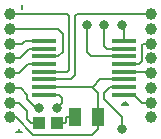
<source format=gbr>
G04 #@! TF.GenerationSoftware,KiCad,Pcbnew,(5.0.0)*
G04 #@! TF.CreationDate,2019-04-19T16:08:10+03:00*
G04 #@! TF.ProjectId,564__1__DG409L,3536341A1F31125F44473430394C2E6B,rev?*
G04 #@! TF.SameCoordinates,Original*
G04 #@! TF.FileFunction,Copper,L1,Top,Signal*
G04 #@! TF.FilePolarity,Positive*
%FSLAX46Y46*%
G04 Gerber Fmt 4.6, Leading zero omitted, Abs format (unit mm)*
G04 Created by KiCad (PCBNEW (5.0.0)) date 04/19/19 16:08:10*
%MOMM*%
%LPD*%
G01*
G04 APERTURE LIST*
G04 #@! TA.AperFunction,SMDPad,CuDef*
%ADD10R,1.000000X1.000000*%
G04 #@! TD*
G04 #@! TA.AperFunction,SMDPad,CuDef*
%ADD11R,2.000000X0.350000*%
G04 #@! TD*
G04 #@! TA.AperFunction,ComponentPad*
%ADD12C,1.000000*%
G04 #@! TD*
G04 #@! TA.AperFunction,SMDPad,CuDef*
%ADD13R,1.000000X1.500000*%
G04 #@! TD*
G04 #@! TA.AperFunction,ViaPad*
%ADD14C,0.800000*%
G04 #@! TD*
G04 #@! TA.AperFunction,Conductor*
%ADD15C,0.200000*%
G04 #@! TD*
G04 APERTURE END LIST*
D10*
G04 #@! TO.P,HL1,2*
G04 #@! TO.N,Net-(DD1-Pad7)*
X139500000Y-98500000D03*
G04 #@! TO.P,HL1,1*
G04 #@! TO.N,Net-(HL1-Pad1)*
X141000000Y-98500000D03*
G04 #@! TD*
D11*
G04 #@! TO.P,DD2,9*
G04 #@! TO.N,Y*
X139870000Y-91590000D03*
G04 #@! TO.P,DD2,8*
G04 #@! TO.N,X*
X146670000Y-91590000D03*
G04 #@! TO.P,DD2,10*
G04 #@! TO.N,Y3*
X139870000Y-92240000D03*
G04 #@! TO.P,DD2,7*
G04 #@! TO.N,X3*
X146670000Y-92240000D03*
G04 #@! TO.P,DD2,11*
G04 #@! TO.N,Y2*
X139870000Y-92890000D03*
G04 #@! TO.P,DD2,6*
G04 #@! TO.N,X2*
X146670000Y-92890000D03*
G04 #@! TO.P,DD2,12*
G04 #@! TO.N,Y1*
X139870000Y-93540000D03*
G04 #@! TO.P,DD2,5*
G04 #@! TO.N,X1*
X146670000Y-93540000D03*
G04 #@! TO.P,DD2,13*
G04 #@! TO.N,Y0*
X139870000Y-94190000D03*
G04 #@! TO.P,DD2,4*
G04 #@! TO.N,X0*
X146670000Y-94190000D03*
G04 #@! TO.P,DD2,14*
G04 #@! TO.N,Vcc*
X139870000Y-94840000D03*
G04 #@! TO.P,DD2,3*
G04 #@! TO.N,GND*
X146670000Y-94840000D03*
G04 #@! TO.P,DD2,15*
X139870000Y-95490000D03*
G04 #@! TO.P,DD2,2*
G04 #@! TO.N,C*
X146670000Y-95490000D03*
G04 #@! TO.P,DD2,16*
G04 #@! TO.N,B*
X139870000Y-96140000D03*
G04 #@! TO.P,DD2,1*
G04 #@! TO.N,A*
X146670000Y-96140000D03*
G04 #@! TD*
D12*
G04 #@! TO.P,DD1,1*
G04 #@! TO.N,Y0*
X137000000Y-89310001D03*
G04 #@! TO.P,DD1,16*
G04 #@! TO.N,Vcc*
X149000000Y-89310001D03*
G04 #@! TO.P,DD1,2*
G04 #@! TO.N,Y2*
X137000000Y-90560001D03*
G04 #@! TO.P,DD1,15*
G04 #@! TO.N,X2*
X149000000Y-90560001D03*
G04 #@! TO.P,DD1,3*
G04 #@! TO.N,Y*
X137000000Y-91810001D03*
G04 #@! TO.P,DD1,14*
G04 #@! TO.N,X1*
X149000000Y-91810001D03*
G04 #@! TO.P,DD1,4*
G04 #@! TO.N,Y3*
X137000000Y-93060001D03*
G04 #@! TO.P,DD1,13*
G04 #@! TO.N,X*
X149000000Y-93060001D03*
G04 #@! TO.P,DD1,5*
G04 #@! TO.N,Y1*
X137000000Y-94310001D03*
G04 #@! TO.P,DD1,12*
G04 #@! TO.N,X0*
X149000000Y-94310001D03*
G04 #@! TO.P,DD1,6*
G04 #@! TO.N,C*
X137000000Y-95560001D03*
G04 #@! TO.P,DD1,11*
G04 #@! TO.N,X3*
X149000000Y-95560001D03*
G04 #@! TO.P,DD1,7*
G04 #@! TO.N,Net-(DD1-Pad7)*
X137000000Y-96810001D03*
G04 #@! TO.P,DD1,10*
G04 #@! TO.N,A*
X149000000Y-96810001D03*
G04 #@! TO.P,DD1,8*
G04 #@! TO.N,GND*
X137000000Y-98060001D03*
G04 #@! TO.P,DD1,9*
G04 #@! TO.N,B*
X149000000Y-98060001D03*
G04 #@! TD*
D13*
G04 #@! TO.P,R1,2*
G04 #@! TO.N,Net-(HL1-Pad1)*
X142500000Y-98000000D03*
G04 #@! TO.P,R1,1*
G04 #@! TO.N,GND*
X144500000Y-98000000D03*
G04 #@! TD*
D14*
G04 #@! TO.N,X2*
X143500000Y-90210001D03*
G04 #@! TO.N,X*
X146500000Y-90210001D03*
G04 #@! TO.N,C*
X139500000Y-97250000D03*
X146500000Y-99000000D03*
G04 #@! TO.N,X3*
X145000000Y-90210001D03*
G04 #@! TO.N,B*
X141000000Y-97250000D03*
G04 #@! TD*
D15*
G04 #@! TO.N,*
X146750000Y-96750000D02*
X147000000Y-97000000D01*
X147000000Y-97000000D02*
X146500000Y-97000000D01*
X146500000Y-97000000D02*
X146750000Y-96750000D01*
X137750000Y-99000000D02*
X137750000Y-99250000D01*
X137500000Y-99250000D02*
X137750000Y-99250000D01*
X138000000Y-99250000D02*
X137750000Y-99250000D01*
X138000000Y-88500000D02*
X138000000Y-88909991D01*
G04 #@! TO.N,Y0*
X139870000Y-94190000D02*
X141810000Y-94190000D01*
X141810000Y-94190000D02*
X142000000Y-94000000D01*
X142000000Y-94000000D02*
X142000000Y-89500000D01*
X141810001Y-89310001D02*
X137000000Y-89310001D01*
X142000000Y-89500000D02*
X141810001Y-89310001D01*
G04 #@! TO.N,Vcc*
X142689999Y-89310001D02*
X149000000Y-89310001D01*
X142500000Y-89500000D02*
X142689999Y-89310001D01*
X142500000Y-94500000D02*
X142500000Y-89500000D01*
X139870000Y-94840000D02*
X142160000Y-94840000D01*
X142160000Y-94840000D02*
X142500000Y-94500000D01*
G04 #@! TO.N,Y2*
X139870000Y-92890000D02*
X141110000Y-92890000D01*
X141110000Y-92890000D02*
X141500000Y-92500000D01*
X141500000Y-92500000D02*
X141500000Y-91000000D01*
X141060001Y-90560001D02*
X137000000Y-90560001D01*
X141500000Y-91000000D02*
X141060001Y-90560001D01*
G04 #@! TO.N,X2*
X146670000Y-92890000D02*
X143890000Y-92890000D01*
X143890000Y-92890000D02*
X143500000Y-92500000D01*
X143500000Y-92500000D02*
X143500000Y-90210001D01*
G04 #@! TO.N,Y*
X138070001Y-91810001D02*
X137000000Y-91810001D01*
X138290002Y-91590000D02*
X139000000Y-91590000D01*
X138070001Y-91810001D02*
X138290002Y-91590000D01*
X139870000Y-91590000D02*
X139000000Y-91590000D01*
G04 #@! TO.N,X1*
X146670000Y-93540000D02*
X147960000Y-93540000D01*
X148199999Y-91902896D02*
X148292894Y-91810001D01*
X148292894Y-91810001D02*
X149000000Y-91810001D01*
X147960000Y-93540000D02*
X148199999Y-93300001D01*
X148199999Y-93300001D02*
X148199999Y-91902896D01*
G04 #@! TO.N,Y3*
X137849999Y-93060001D02*
X137000000Y-93060001D01*
X139870000Y-92240000D02*
X138670000Y-92240000D01*
X138670000Y-92240000D02*
X137849999Y-93060001D01*
G04 #@! TO.N,X*
X146670000Y-91590000D02*
X146670000Y-90380001D01*
X146670000Y-90380001D02*
X146500000Y-90210001D01*
G04 #@! TO.N,Y1*
X137000000Y-94310001D02*
X137810001Y-94310001D01*
X138580002Y-93540000D02*
X139870000Y-93540000D01*
X137810001Y-94310001D02*
X138580002Y-93540000D01*
G04 #@! TO.N,X0*
X148879999Y-94190000D02*
X149000000Y-94310001D01*
X146670000Y-94190000D02*
X148879999Y-94190000D01*
G04 #@! TO.N,C*
X137000000Y-95560001D02*
X137939999Y-95560001D01*
X137939999Y-95560001D02*
X138500000Y-96120002D01*
X145470000Y-95490000D02*
X146670000Y-95490000D01*
X145000000Y-95960000D02*
X145470000Y-95490000D01*
X145000000Y-96500000D02*
X145000000Y-95960000D01*
X146500000Y-98000000D02*
X145000000Y-96500000D01*
X146500000Y-99000000D02*
X146500000Y-98000000D01*
X138900001Y-96900001D02*
X138500000Y-96500000D01*
X139500000Y-97500000D02*
X138900001Y-96900001D01*
X138500000Y-96120002D02*
X138500000Y-96500000D01*
G04 #@! TO.N,X3*
X146670000Y-92240000D02*
X145240000Y-92240000D01*
X145240000Y-92240000D02*
X145000000Y-92000000D01*
X145000000Y-92000000D02*
X145000000Y-90210001D01*
G04 #@! TO.N,Net-(DD1-Pad7)*
X137810001Y-96810001D02*
X137400010Y-96810001D01*
X139550000Y-98500000D02*
X139500000Y-98500000D01*
X138800000Y-98500000D02*
X138500000Y-98200000D01*
X139500000Y-98500000D02*
X138800000Y-98500000D01*
X138500000Y-98200000D02*
X138500000Y-97500000D01*
X138500000Y-97500000D02*
X137810001Y-96810001D01*
G04 #@! TO.N,A*
X148165001Y-96810001D02*
X148599990Y-96810001D01*
X147495000Y-96140000D02*
X148165001Y-96810001D01*
X146670000Y-96140000D02*
X147495000Y-96140000D01*
G04 #@! TO.N,GND*
X144500000Y-98000000D02*
X144500000Y-96000000D01*
X143990000Y-95490000D02*
X142500000Y-95490000D01*
X144500000Y-96000000D02*
X143990000Y-95490000D01*
X142500000Y-95490000D02*
X139870000Y-95490000D01*
X143990000Y-95490000D02*
X144010000Y-95490000D01*
X144660000Y-94840000D02*
X146670000Y-94840000D01*
X144010000Y-95490000D02*
X144660000Y-94840000D01*
X144500000Y-99000000D02*
X144500000Y-98000000D01*
X144000000Y-99500000D02*
X144500000Y-99000000D01*
X137519999Y-98060001D02*
X137400010Y-98060001D01*
X138959998Y-99500000D02*
X137519999Y-98060001D01*
X140000000Y-99500000D02*
X138959998Y-99500000D01*
X140000000Y-99500000D02*
X144000000Y-99500000D01*
G04 #@! TO.N,B*
X139870000Y-96140000D02*
X141140000Y-96140000D01*
X141399999Y-96399999D02*
X141250000Y-96250000D01*
X141399999Y-96850001D02*
X141399999Y-96399999D01*
X141000000Y-97250000D02*
X141399999Y-96850001D01*
X141140000Y-96140000D02*
X141250000Y-96250000D01*
G04 #@! TO.N,Net-(HL1-Pad1)*
X141800000Y-98000000D02*
X142500000Y-98000000D01*
X141800000Y-98400000D02*
X141800000Y-98000000D01*
X141700000Y-98500000D02*
X141800000Y-98400000D01*
X141000000Y-98500000D02*
X141700000Y-98500000D01*
G04 #@! TD*
M02*

</source>
